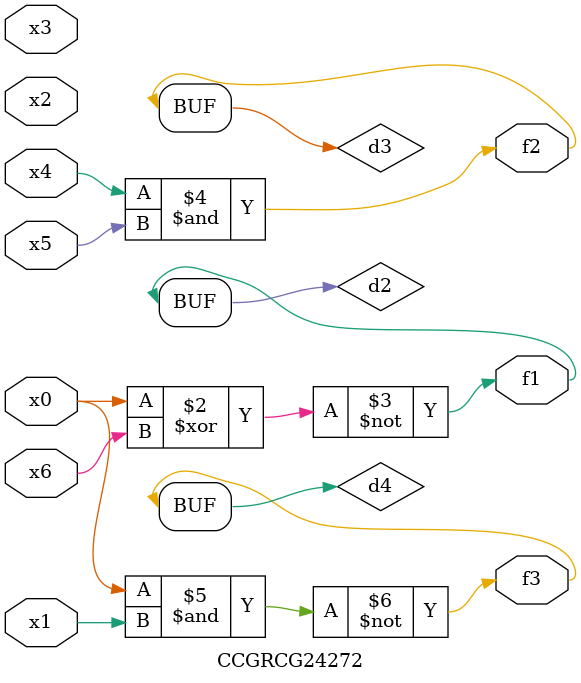
<source format=v>
module CCGRCG24272(
	input x0, x1, x2, x3, x4, x5, x6,
	output f1, f2, f3
);

	wire d1, d2, d3, d4;

	nor (d1, x0);
	xnor (d2, x0, x6);
	and (d3, x4, x5);
	nand (d4, x0, x1);
	assign f1 = d2;
	assign f2 = d3;
	assign f3 = d4;
endmodule

</source>
